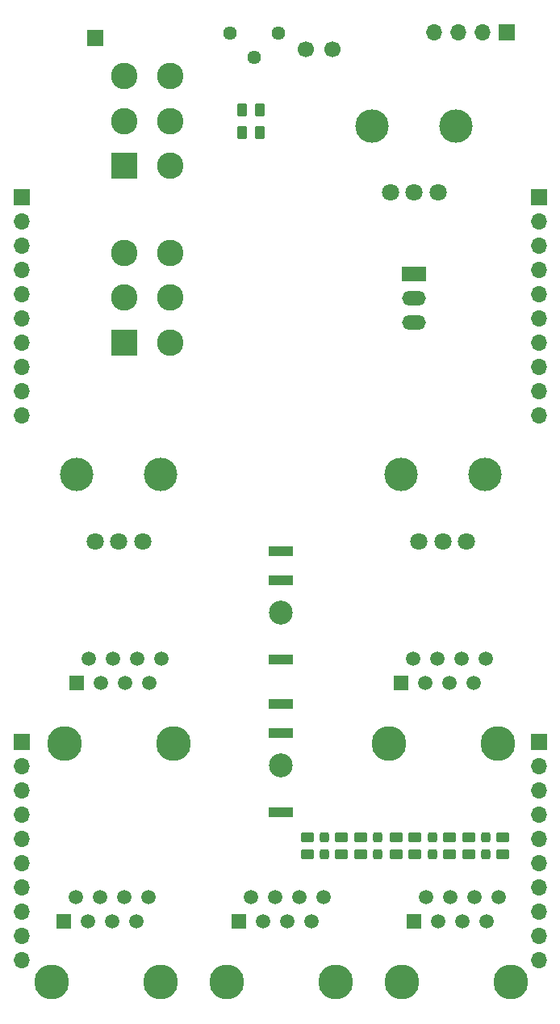
<source format=gbr>
%TF.GenerationSoftware,KiCad,Pcbnew,7.0.7*%
%TF.CreationDate,2023-08-21T15:50:53+01:00*%
%TF.ProjectId,Quadraphone_Controls_v3,51756164-7261-4706-986f-6e655f436f6e,rev?*%
%TF.SameCoordinates,Original*%
%TF.FileFunction,Soldermask,Bot*%
%TF.FilePolarity,Negative*%
%FSLAX46Y46*%
G04 Gerber Fmt 4.6, Leading zero omitted, Abs format (unit mm)*
G04 Created by KiCad (PCBNEW 7.0.7) date 2023-08-21 15:50:53*
%MOMM*%
%LPD*%
G01*
G04 APERTURE LIST*
G04 Aperture macros list*
%AMRoundRect*
0 Rectangle with rounded corners*
0 $1 Rounding radius*
0 $2 $3 $4 $5 $6 $7 $8 $9 X,Y pos of 4 corners*
0 Add a 4 corners polygon primitive as box body*
4,1,4,$2,$3,$4,$5,$6,$7,$8,$9,$2,$3,0*
0 Add four circle primitives for the rounded corners*
1,1,$1+$1,$2,$3*
1,1,$1+$1,$4,$5*
1,1,$1+$1,$6,$7*
1,1,$1+$1,$8,$9*
0 Add four rect primitives between the rounded corners*
20,1,$1+$1,$2,$3,$4,$5,0*
20,1,$1+$1,$4,$5,$6,$7,0*
20,1,$1+$1,$6,$7,$8,$9,0*
20,1,$1+$1,$8,$9,$2,$3,0*%
G04 Aperture macros list end*
%ADD10C,3.650000*%
%ADD11R,1.500000X1.500000*%
%ADD12C,1.500000*%
%ADD13C,3.500000*%
%ADD14C,1.800000*%
%ADD15C,1.700000*%
%ADD16R,2.500000X1.500000*%
%ADD17O,2.500000X1.500000*%
%ADD18R,2.775000X2.775000*%
%ADD19C,2.775000*%
%ADD20C,2.500000*%
%ADD21R,2.500000X1.000000*%
%ADD22C,1.440000*%
%ADD23RoundRect,0.250000X-0.262500X-0.450000X0.262500X-0.450000X0.262500X0.450000X-0.262500X0.450000X0*%
%ADD24RoundRect,0.250000X-0.450000X0.262500X-0.450000X-0.262500X0.450000X-0.262500X0.450000X0.262500X0*%
%ADD25R,1.700000X1.700000*%
%ADD26O,1.700000X1.700000*%
%ADD27RoundRect,0.250000X0.450000X-0.262500X0.450000X0.262500X-0.450000X0.262500X-0.450000X-0.262500X0*%
%ADD28RoundRect,0.237500X-0.237500X0.287500X-0.237500X-0.287500X0.237500X-0.287500X0.237500X0.287500X0*%
G04 APERTURE END LIST*
D10*
%TO.C,J7*%
X91330000Y-120200000D03*
X102760000Y-120200000D03*
D11*
X92600000Y-113850000D03*
D12*
X93870000Y-111310000D03*
X95140000Y-113850000D03*
X96410000Y-111310000D03*
X97680000Y-113850000D03*
X98950000Y-111310000D03*
X100220000Y-113850000D03*
X101490000Y-111310000D03*
%TD*%
D13*
%TO.C,Fine_Tune1*%
X89600000Y-55500000D03*
X98400000Y-55500000D03*
D14*
X96500000Y-62500000D03*
X94000000Y-62500000D03*
X91500000Y-62500000D03*
%TD*%
D15*
%TO.C,TP1*%
X82600000Y-47500000D03*
%TD*%
D10*
%TO.C,J9*%
X57330000Y-120200000D03*
X68760000Y-120200000D03*
D11*
X58600000Y-113850000D03*
D12*
X59870000Y-111310000D03*
X61140000Y-113850000D03*
X62410000Y-111310000D03*
X63680000Y-113850000D03*
X64950000Y-111310000D03*
X66220000Y-113850000D03*
X67490000Y-111310000D03*
%TD*%
D10*
%TO.C,J8*%
X92730000Y-145200000D03*
X104160000Y-145200000D03*
D11*
X94000000Y-138850000D03*
D12*
X95270000Y-136310000D03*
X96540000Y-138850000D03*
X97810000Y-136310000D03*
X99080000Y-138850000D03*
X100350000Y-136310000D03*
X101620000Y-138850000D03*
X102890000Y-136310000D03*
%TD*%
D16*
%TO.C,SW1*%
X94000000Y-71000000D03*
D17*
X94000000Y-73540000D03*
X94000000Y-76080000D03*
%TD*%
D13*
%TO.C,Vibrato_Depth1*%
X58600000Y-92000000D03*
X67400000Y-92000000D03*
D14*
X65500000Y-99000000D03*
X63000000Y-99000000D03*
X60500000Y-99000000D03*
%TD*%
D15*
%TO.C,TP2*%
X85400000Y-47500000D03*
%TD*%
D10*
%TO.C,J10*%
X55930000Y-145200000D03*
X67360000Y-145200000D03*
D11*
X57200000Y-138850000D03*
D12*
X58470000Y-136310000D03*
X59740000Y-138850000D03*
X61010000Y-136310000D03*
X62280000Y-138850000D03*
X63550000Y-136310000D03*
X64820000Y-138850000D03*
X66090000Y-136310000D03*
%TD*%
D18*
%TO.C,SW3*%
X63585000Y-59700000D03*
D19*
X63585000Y-55000000D03*
X63585000Y-50300000D03*
X68415000Y-59700000D03*
X68415000Y-55000000D03*
X68415000Y-50300000D03*
%TD*%
D18*
%TO.C,SW2*%
X63585000Y-78200000D03*
D19*
X63585000Y-73500000D03*
X63585000Y-68800000D03*
X68415000Y-78200000D03*
X68415000Y-73500000D03*
X68415000Y-68800000D03*
%TD*%
D10*
%TO.C,J11*%
X74330000Y-145200000D03*
X85760000Y-145200000D03*
D11*
X75600000Y-138850000D03*
D12*
X76870000Y-136310000D03*
X78140000Y-138850000D03*
X79410000Y-136310000D03*
X80680000Y-138850000D03*
X81950000Y-136310000D03*
X83220000Y-138850000D03*
X84490000Y-136310000D03*
%TD*%
D20*
%TO.C,J6*%
X80000000Y-106500000D03*
D21*
X80000000Y-100020000D03*
X80000000Y-103120000D03*
X80000000Y-111420000D03*
%TD*%
D13*
%TO.C,PWM_Pot1*%
X92600000Y-92000000D03*
X101400000Y-92000000D03*
D14*
X99500000Y-99000000D03*
X97000000Y-99000000D03*
X94500000Y-99000000D03*
%TD*%
D20*
%TO.C,J5*%
X80000000Y-122500000D03*
D21*
X80000000Y-116020000D03*
X80000000Y-119120000D03*
X80000000Y-127420000D03*
%TD*%
D22*
%TO.C,OctaveTrim1*%
X74675000Y-45775000D03*
X77215000Y-48315000D03*
X79755000Y-45775000D03*
%TD*%
D23*
%TO.C,R1*%
X75987500Y-53800000D03*
X77812500Y-53800000D03*
%TD*%
D24*
%TO.C,R8*%
X97700000Y-129987500D03*
X97700000Y-131812500D03*
%TD*%
D25*
%TO.C,J13*%
X103700000Y-45700000D03*
D26*
X101160000Y-45700000D03*
X98620000Y-45700000D03*
X96080000Y-45700000D03*
%TD*%
D25*
%TO.C,J3*%
X107100000Y-120000000D03*
D26*
X107100000Y-122540000D03*
X107100000Y-125080000D03*
X107100000Y-127620000D03*
X107100000Y-130160000D03*
X107100000Y-132700000D03*
X107100000Y-135240000D03*
X107100000Y-137780000D03*
X107100000Y-140320000D03*
X107100000Y-142860000D03*
%TD*%
D25*
%TO.C,J14*%
X60500000Y-46300000D03*
%TD*%
%TO.C,J4*%
X52800000Y-120000000D03*
D26*
X52800000Y-122540000D03*
X52800000Y-125080000D03*
X52800000Y-127620000D03*
X52800000Y-130160000D03*
X52800000Y-132700000D03*
X52800000Y-135240000D03*
X52800000Y-137780000D03*
X52800000Y-140320000D03*
X52800000Y-142860000D03*
%TD*%
D27*
%TO.C,R9*%
X99700000Y-131812500D03*
X99700000Y-129987500D03*
%TD*%
D24*
%TO.C,R6*%
X88400000Y-129987500D03*
X88400000Y-131812500D03*
%TD*%
D25*
%TO.C,J1*%
X107100000Y-63000000D03*
D26*
X107100000Y-65540000D03*
X107100000Y-68080000D03*
X107100000Y-70620000D03*
X107100000Y-73160000D03*
X107100000Y-75700000D03*
X107100000Y-78240000D03*
X107100000Y-80780000D03*
X107100000Y-83320000D03*
X107100000Y-85860000D03*
%TD*%
D27*
%TO.C,R10*%
X103300000Y-131812500D03*
X103300000Y-129987500D03*
%TD*%
D28*
%TO.C,D5*%
X95900000Y-130025000D03*
X95900000Y-131775000D03*
%TD*%
D27*
%TO.C,R5*%
X92100000Y-131812500D03*
X92100000Y-129987500D03*
%TD*%
D28*
%TO.C,D4*%
X90200000Y-130050000D03*
X90200000Y-131800000D03*
%TD*%
D23*
%TO.C,R2*%
X75987500Y-56200000D03*
X77812500Y-56200000D03*
%TD*%
D27*
%TO.C,R7*%
X94100000Y-131812500D03*
X94100000Y-129987500D03*
%TD*%
D28*
%TO.C,D3*%
X84600000Y-130025000D03*
X84600000Y-131775000D03*
%TD*%
D27*
%TO.C,R4*%
X82800000Y-131812500D03*
X82800000Y-129987500D03*
%TD*%
D28*
%TO.C,D6*%
X101500000Y-130025000D03*
X101500000Y-131775000D03*
%TD*%
D25*
%TO.C,J2*%
X52800000Y-63000000D03*
D26*
X52800000Y-65540000D03*
X52800000Y-68080000D03*
X52800000Y-70620000D03*
X52800000Y-73160000D03*
X52800000Y-75700000D03*
X52800000Y-78240000D03*
X52800000Y-80780000D03*
X52800000Y-83320000D03*
X52800000Y-85860000D03*
%TD*%
D27*
%TO.C,R3*%
X86400000Y-131812500D03*
X86400000Y-129987500D03*
%TD*%
M02*

</source>
